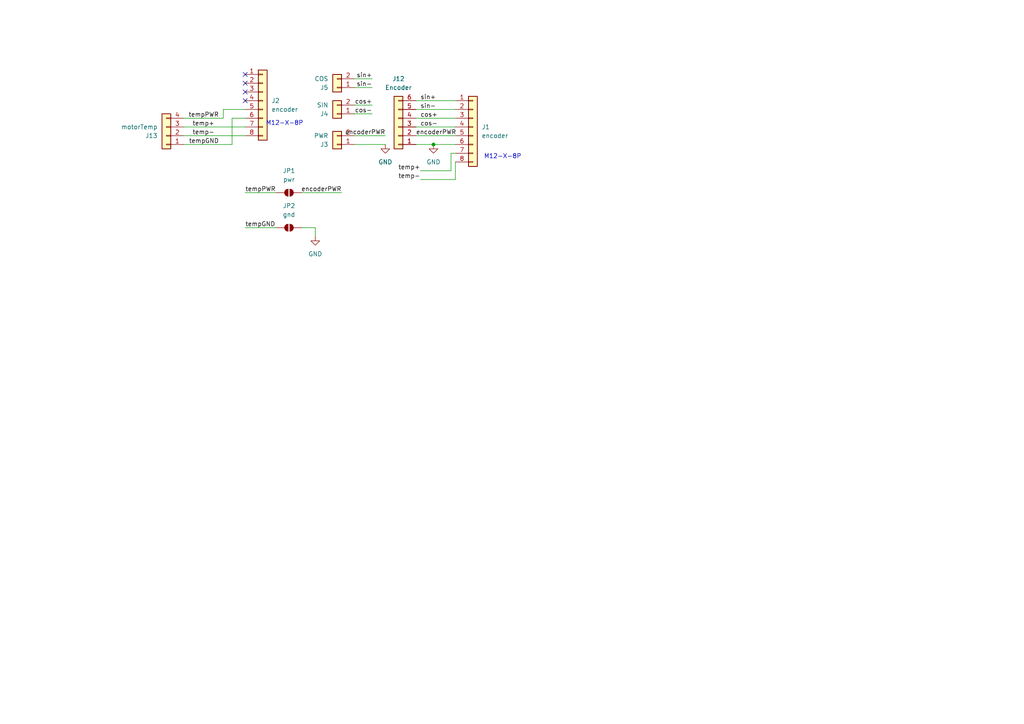
<source format=kicad_sch>
(kicad_sch (version 20231120) (generator "eeschema") (generator_version "8.0")
  (paper "A4")
  (title_block (title "INV_CONN2") (date "2025-03-11") (rev "1.1") (company "NTURacing") (comment 1 "Jack Kuo"))
  (lib_symbols
    (symbol "Connector_Generic:Conn_01x02" (pin_names (offset 1.016) hide)
      (property "Reference" "J" (at 0 2.54 0))
      (property "Value" "Conn_01x02" (at 0 -5.08 0))
      (symbol "Conn_01x02_1_1"
        (rectangle (start -1.27 -2.413) (end 0 -2.667) (stroke (width 0.1524)))
        (rectangle (start -1.27 0.127) (end 0 -0.127) (stroke (width 0.1524)))
        (rectangle (start -1.27 1.27) (end 1.27 -3.81) (stroke (width 0.254)) (fill (type background)))
        (pin passive line (at -5.08 0 0) (length 3.81) (name "Pin_1") (number "1"))
        (pin passive line (at -5.08 -2.54 0) (length 3.81) (name "Pin_2") (number "2"))
      )
    )
    (symbol "Connector_Generic:Conn_01x04" (pin_names (offset 1.016) hide)
      (property "Reference" "J" (at 0 5.08 0))
      (property "Value" "Conn_01x04" (at 0 -7.62 0))
      (symbol "Conn_01x04_1_1"
        (rectangle (start -1.27 -4.953) (end 0 -5.207) (stroke (width 0.1524)))
        (rectangle (start -1.27 -2.413) (end 0 -2.667) (stroke (width 0.1524)))
        (rectangle (start -1.27 0.127) (end 0 -0.127) (stroke (width 0.1524)))
        (rectangle (start -1.27 2.667) (end 0 2.413) (stroke (width 0.1524)))
        (rectangle (start -1.27 3.81) (end 1.27 -6.35) (stroke (width 0.254)) (fill (type background)))
        (pin passive line (at -5.08 2.54 0) (length 3.81) (name "Pin_1") (number "1"))
        (pin passive line (at -5.08 0 0) (length 3.81) (name "Pin_2") (number "2"))
        (pin passive line (at -5.08 -2.54 0) (length 3.81) (name "Pin_3") (number "3"))
        (pin passive line (at -5.08 -5.08 0) (length 3.81) (name "Pin_4") (number "4"))
      )
    )
    (symbol "Connector_Generic:Conn_01x06" (pin_names (offset 1.016) hide)
      (property "Reference" "J" (at 0 7.62 0))
      (property "Value" "Conn_01x06" (at 0 -10.16 0))
      (symbol "Conn_01x06_1_1"
        (rectangle (start -1.27 -7.493) (end 0 -7.747) (stroke (width 0.1524)))
        (rectangle (start -1.27 -4.953) (end 0 -5.207) (stroke (width 0.1524)))
        (rectangle (start -1.27 -2.413) (end 0 -2.667) (stroke (width 0.1524)))
        (rectangle (start -1.27 0.127) (end 0 -0.127) (stroke (width 0.1524)))
        (rectangle (start -1.27 2.667) (end 0 2.413) (stroke (width 0.1524)))
        (rectangle (start -1.27 5.207) (end 0 4.953) (stroke (width 0.1524)))
        (rectangle (start -1.27 6.35) (end 1.27 -8.89) (stroke (width 0.254)) (fill (type background)))
        (pin passive line (at -5.08 5.08 0) (length 3.81) (name "Pin_1") (number "1"))
        (pin passive line (at -5.08 2.54 0) (length 3.81) (name "Pin_2") (number "2"))
        (pin passive line (at -5.08 0 0) (length 3.81) (name "Pin_3") (number "3"))
        (pin passive line (at -5.08 -2.54 0) (length 3.81) (name "Pin_4") (number "4"))
        (pin passive line (at -5.08 -5.08 0) (length 3.81) (name "Pin_5") (number "5"))
        (pin passive line (at -5.08 -7.62 0) (length 3.81) (name "Pin_6") (number "6"))
      )
    )
    (symbol "Connector_Generic:Conn_01x08" (pin_names (offset 1.016) hide)
      (property "Reference" "J" (at 0 10.16 0))
      (property "Value" "Conn_01x08" (at 0 -12.7 0))
      (symbol "Conn_01x08_1_1"
        (rectangle (start -1.27 -10.033) (end 0 -10.287) (stroke (width 0.1524)))
        (rectangle (start -1.27 -7.493) (end 0 -7.747) (stroke (width 0.1524)))
        (rectangle (start -1.27 -4.953) (end 0 -5.207) (stroke (width 0.1524)))
        (rectangle (start -1.27 -2.413) (end 0 -2.667) (stroke (width 0.1524)))
        (rectangle (start -1.27 0.127) (end 0 -0.127) (stroke (width 0.1524)))
        (rectangle (start -1.27 2.667) (end 0 2.413) (stroke (width 0.1524)))
        (rectangle (start -1.27 5.207) (end 0 4.953) (stroke (width 0.1524)))
        (rectangle (start -1.27 7.747) (end 0 7.493) (stroke (width 0.1524)))
        (rectangle (start -1.27 8.89) (end 1.27 -11.43) (stroke (width 0.254)) (fill (type background)))
        (pin passive line (at -5.08 7.62 0) (length 3.81) (name "Pin_1") (number "1"))
        (pin passive line (at -5.08 5.08 0) (length 3.81) (name "Pin_2") (number "2"))
        (pin passive line (at -5.08 2.54 0) (length 3.81) (name "Pin_3") (number "3"))
        (pin passive line (at -5.08 0 0) (length 3.81) (name "Pin_4") (number "4"))
        (pin passive line (at -5.08 -2.54 0) (length 3.81) (name "Pin_5") (number "5"))
        (pin passive line (at -5.08 -5.08 0) (length 3.81) (name "Pin_6") (number "6"))
        (pin passive line (at -5.08 -7.62 0) (length 3.81) (name "Pin_7") (number "7"))
        (pin passive line (at -5.08 -10.16 0) (length 3.81) (name "Pin_8") (number "8"))
      )
    )
    (symbol "Jumper:SolderJumper_2_Open" (pin_numbers hide) (pin_names (offset 0) hide) (exclude_from_sim yes) (in_bom no)
      (property "Reference" "JP" (at 0 2.032 0))
      (property "Value" "SolderJumper_2_Open" (at 0 -2.54 0))
      (symbol "SolderJumper_2_Open_0_1"
        (arc (start -0.254 1.016) (mid -1.2656 0) (end -0.254 -1.016))
        (arc (start -0.254 1.016) (mid -1.2656 0) (end -0.254 -1.016) (fill (type outline)))
        (polyline (pts (xy -0.254 1.016) (xy -0.254 -1.016)))
        (polyline (pts (xy 0.254 1.016) (xy 0.254 -1.016)))
        (arc (start 0.254 -1.016) (mid 1.2656 0) (end 0.254 1.016))
        (arc (start 0.254 -1.016) (mid 1.2656 0) (end 0.254 1.016) (fill (type outline)))
      )
      (symbol "SolderJumper_2_Open_1_1"
        (pin passive line (at -3.81 0 0) (length 2.54) (name "A") (number "1"))
        (pin passive line (at 3.81 0 180) (length 2.54) (name "B") (number "2"))
      )
    )
    (symbol "power:GND" (power) (pin_names (offset 0))
      (property "Value" "GND" (at 0 -3.81 0))
      (symbol "GND_0_1"
        (polyline (pts (xy 0 0) (xy 0 -1.27) (xy 1.27 -1.27) (xy 0 -2.54) (xy -1.27 -1.27) (xy 0 -1.27)))
      )
      (symbol "GND_1_1"
        (pin power_in line (at 0 0 270) (length 0) hide (name "GND") (number "1"))
      )
    )
  )
  (junction (at 125.73 41.91))
  (no_connect (at 71.12 24.13))
  (no_connect (at 71.12 26.67))
  (no_connect (at 71.12 29.21))
  (no_connect (at 71.12 21.59))
  (wire (pts (xy 107.95 33.02) (xy 102.87 33.02)))
  (wire (pts (xy 125.73 41.91) (xy 132.08 41.91)))
  (wire (pts (xy 111.76 41.91) (xy 102.87 41.91)))
  (wire (pts (xy 130.81 44.45) (xy 132.08 44.45)))
  (wire (pts (xy 91.44 68.58) (xy 91.44 66.04)))
  (wire (pts (xy 107.95 22.86) (xy 102.87 22.86)))
  (wire (pts (xy 53.34 36.83) (xy 71.12 36.83)))
  (wire (pts (xy 53.34 41.91) (xy 67.31 41.91)))
  (wire (pts (xy 53.34 39.37) (xy 71.12 39.37)))
  (wire (pts (xy 120.65 31.75) (xy 132.08 31.75)))
  (wire (pts (xy 67.31 41.91) (xy 67.31 34.29)))
  (wire (pts (xy 64.77 34.29) (xy 64.77 31.75)))
  (wire (pts (xy 71.12 66.04) (xy 80.01 66.04)))
  (wire (pts (xy 120.65 41.91) (xy 125.73 41.91)))
  (wire (pts (xy 99.06 55.88) (xy 87.63 55.88)))
  (wire (pts (xy 121.92 49.53) (xy 130.81 49.53)))
  (wire (pts (xy 120.65 36.83) (xy 132.08 36.83)))
  (wire (pts (xy 111.76 39.37) (xy 102.87 39.37)))
  (wire (pts (xy 91.44 66.04) (xy 87.63 66.04)))
  (wire (pts (xy 107.95 30.48) (xy 102.87 30.48)))
  (wire (pts (xy 120.65 29.21) (xy 132.08 29.21)))
  (wire (pts (xy 67.31 34.29) (xy 71.12 34.29)))
  (wire (pts (xy 120.65 39.37) (xy 132.08 39.37)))
  (wire (pts (xy 64.77 31.75) (xy 71.12 31.75)))
  (wire (pts (xy 130.81 49.53) (xy 130.81 44.45)))
  (wire (pts (xy 121.92 52.07) (xy 132.08 52.07)))
  (wire (pts (xy 107.95 25.4) (xy 102.87 25.4)))
  (wire (pts (xy 132.08 52.07) (xy 132.08 46.99)))
  (wire (pts (xy 120.65 34.29) (xy 132.08 34.29)))
  (wire (pts (xy 53.34 34.29) (xy 64.77 34.29)))
  (wire (pts (xy 71.12 55.88) (xy 80.01 55.88)))
  (text "M12-X-8P" (at 82.55 35.814 0) (effects (font (size 1.27 1.27))))
  (text "M12-X-8P" (at 145.796 45.466 0) (effects (font (size 1.27 1.27))))
  (label "encoderPWR" (at 99.06 55.88 180))
  (label "sin+" (at 107.95 22.86 180))
  (label "cos+" (at 107.95 30.48 180))
  (label "temp-" (at 62.23 39.37 180))
  (label "cos+" (at 121.92 34.29 0))
  (label "encoderPWR" (at 111.76 39.37 180))
  (label "encoderPWR" (at 120.65 39.37 0))
  (label "temp+" (at 62.23 36.83 180))
  (label "tempGND" (at 63.5 41.91 180))
  (label "sin-" (at 121.92 31.75 0))
  (label "cos-" (at 107.95 33.02 180))
  (label "tempGND" (at 71.12 66.04 0))
  (label "cos-" (at 121.92 36.83 0))
  (label "tempPWR" (at 63.5 34.29 180))
  (label "sin-" (at 107.95 25.4 180))
  (label "sin+" (at 121.92 29.21 0))
  (label "temp-" (at 121.92 52.07 180))
  (label "tempPWR" (at 71.12 55.88 0))
  (label "temp+" (at 121.92 49.53 180))
  (symbol (lib_id "Jumper:SolderJumper_2_Open") (at 83.82 55.88 0) (unit 1) (exclude_from_sim yes) (in_bom no)
    (property "Reference" "JP1" (at 83.82 49.53 0))
    (property "Value" "pwr" (at 83.82 52.07 0))
    (property "Footprint" "Jumper:SolderJumper-2_P1.3mm_Open_RoundedPad1.0x1.5mm" (effects (hide yes)))
    (property "Description" "Solder Jumper, 2-pole, open" (effects (hide yes)))
  )
  (symbol (lib_id "Connector_Generic:Conn_01x08") (at 137.16 36.83 0) (unit 1)
    (property "Reference" "J1" (at 139.7 36.83 0) (effects (justify left)))
    (property "Value" "encoder" (at 139.7 39.37 0) (effects (justify left)))
    (property "Footprint" "nturt_kicad_lib_EP6:NianYeong-M12-X-F4P" (effects (hide yes)))
    (property "Description" "Generic connector, single row, 01x08, script generated (kicad-library-utils/schlib/autogen/connector/)" (effects (hide yes)))
  )
  (symbol (lib_id "Jumper:SolderJumper_2_Open") (at 83.82 66.04 0) (unit 1) (exclude_from_sim yes) (in_bom no)
    (property "Reference" "JP2" (at 83.82 59.69 0))
    (property "Value" "gnd" (at 83.82 62.23 0))
    (property "Footprint" "Jumper:SolderJumper-2_P1.3mm_Open_RoundedPad1.0x1.5mm" (effects (hide yes)))
    (property "Description" "Solder Jumper, 2-pole, open" (effects (hide yes)))
  )
  (symbol (lib_id "Connector_Generic:Conn_01x02") (at 97.79 33.02 180) (unit 1)
    (property "Reference" "J4" (at 95.25 33.02 0) (effects (justify left)))
    (property "Value" "SIN" (at 95.25 30.48 0) (effects (justify left)))
    (property "Footprint" "Connector_JST:JST_XH_B2B-XH-A_1x02_P2.50mm_Vertical" (effects (hide yes)))
    (property "Description" "Generic connector, single row, 01x02, script generated (kicad-library-utils/schlib/autogen/connector/)" (effects (hide yes)))
  )
  (symbol (lib_id "Connector_Generic:Conn_01x04") (at 48.26 39.37 180) (unit 1)
    (property "Reference" "J13" (at 45.72 39.37 0) (effects (justify left)))
    (property "Value" "motorTemp" (at 45.72 36.83 0) (effects (justify left)))
    (property "Footprint" "Connector_JST:JST_XH_B4B-XH-A_1x04_P2.50mm_Vertical" (effects (hide yes)))
    (property "Description" "Generic connector, single row, 01x04, script generated (kicad-library-utils/schlib/autogen/connector/)" (effects (hide yes)))
  )
  (symbol (lib_id "power:GND") (at 125.73 41.91 0) (unit 1)
    (property "Reference" "#PWR04" (effects (hide yes)))
    (property "Value" "GND" (at 125.73 46.99 0))
    (property "Description" "Power symbol creates a global label with name \"GND\" , ground" (effects (hide yes)))
  )
  (symbol (lib_id "Connector_Generic:Conn_01x08") (at 76.2 29.21 0) (unit 1)
    (property "Reference" "J2" (at 78.74 29.21 0) (effects (justify left)))
    (property "Value" "encoder" (at 78.74 31.75 0) (effects (justify left)))
    (property "Footprint" "nturt_kicad_lib_EP6:NianYeong-M12-X-F4P" (effects (hide yes)))
    (property "Description" "Generic connector, single row, 01x08, script generated (kicad-library-utils/schlib/autogen/connector/)" (effects (hide yes)))
  )
  (symbol (lib_id "power:GND") (at 111.76 41.91 0) (unit 1)
    (property "Reference" "#PWR01" (effects (hide yes)))
    (property "Value" "GND" (at 111.76 46.99 0))
    (property "Description" "Power symbol creates a global label with name \"GND\" , ground" (effects (hide yes)))
  )
  (symbol (lib_id "Connector_Generic:Conn_01x02") (at 97.79 41.91 180) (unit 1)
    (property "Reference" "J3" (at 95.25 41.91 0) (effects (justify left)))
    (property "Value" "PWR" (at 95.25 39.37 0) (effects (justify left)))
    (property "Footprint" "Connector_JST:JST_XH_B2B-XH-A_1x02_P2.50mm_Vertical" (effects (hide yes)))
    (property "Description" "Generic connector, single row, 01x02, script generated (kicad-library-utils/schlib/autogen/connector/)" (effects (hide yes)))
  )
  (symbol (lib_id "Connector_Generic:Conn_01x02") (at 97.79 25.4 180) (unit 1)
    (property "Reference" "J5" (at 95.25 25.4 0) (effects (justify left)))
    (property "Value" "COS" (at 95.25 22.86 0) (effects (justify left)))
    (property "Footprint" "Connector_JST:JST_XH_B2B-XH-A_1x02_P2.50mm_Vertical" (effects (hide yes)))
    (property "Description" "Generic connector, single row, 01x02, script generated (kicad-library-utils/schlib/autogen/connector/)" (effects (hide yes)))
  )
  (symbol (lib_id "Connector_Generic:Conn_01x06") (at 115.57 36.83 180) (unit 1)
    (property "Reference" "J12" (at 115.57 22.86 0))
    (property "Value" "Encoder" (at 115.57 25.4 0))
    (property "Footprint" "Connector_JST:JST_XH_B6B-XH-A_1x06_P2.50mm_Vertical" (effects (hide yes)))
    (property "Description" "Generic connector, single row, 01x06, script generated (kicad-library-utils/schlib/autogen/connector/)" (effects (hide yes)))
  )
  (symbol (lib_id "power:GND") (at 91.44 68.58 0) (unit 1)
    (property "Reference" "#PWR03" (effects (hide yes)))
    (property "Value" "GND" (at 91.44 73.66 0))
    (property "Description" "Power symbol creates a global label with name \"GND\" , ground" (effects (hide yes)))
  )
)
</source>
